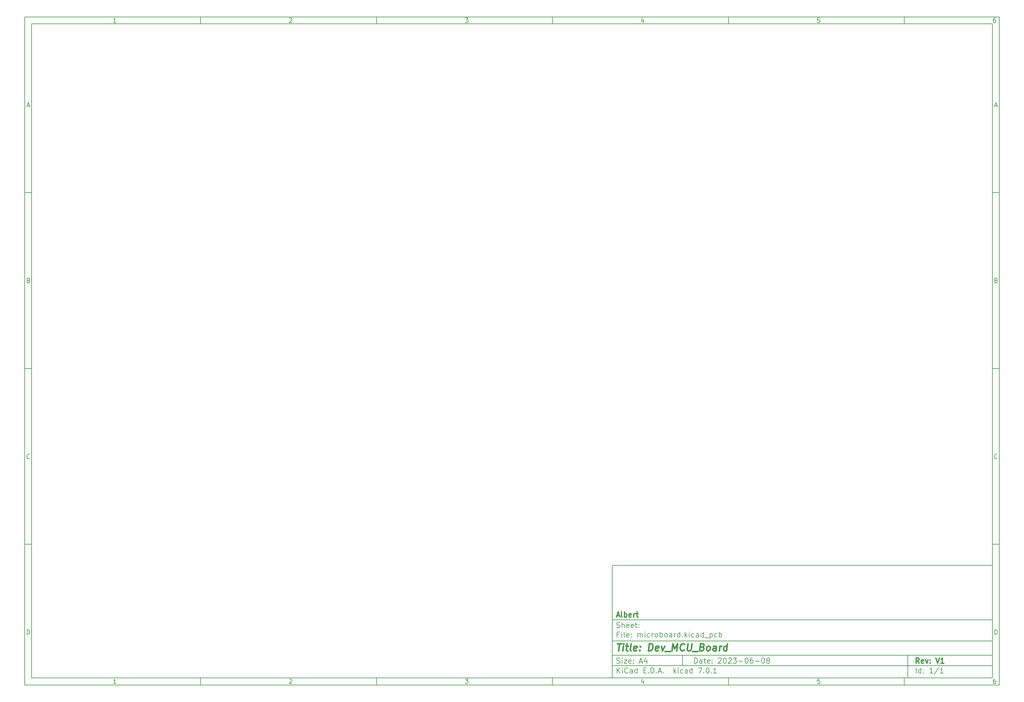
<source format=gbr>
%TF.GenerationSoftware,KiCad,Pcbnew,7.0.1*%
%TF.CreationDate,2023-06-08T18:04:29+02:00*%
%TF.ProjectId,microboard,6d696372-6f62-46f6-9172-642e6b696361,V1*%
%TF.SameCoordinates,Original*%
%TF.FileFunction,Legend,Bot*%
%TF.FilePolarity,Positive*%
%FSLAX46Y46*%
G04 Gerber Fmt 4.6, Leading zero omitted, Abs format (unit mm)*
G04 Created by KiCad (PCBNEW 7.0.1) date 2023-06-08 18:04:29*
%MOMM*%
%LPD*%
G01*
G04 APERTURE LIST*
%ADD10C,0.100000*%
%ADD11C,0.150000*%
%ADD12C,0.300000*%
%ADD13C,0.400000*%
G04 APERTURE END LIST*
D10*
D11*
X177002200Y-166007200D02*
X285002200Y-166007200D01*
X285002200Y-198007200D01*
X177002200Y-198007200D01*
X177002200Y-166007200D01*
D10*
D11*
X10000000Y-10000000D02*
X287002200Y-10000000D01*
X287002200Y-200007200D01*
X10000000Y-200007200D01*
X10000000Y-10000000D01*
D10*
D11*
X12000000Y-12000000D02*
X285002200Y-12000000D01*
X285002200Y-198007200D01*
X12000000Y-198007200D01*
X12000000Y-12000000D01*
D10*
D11*
X60000000Y-12000000D02*
X60000000Y-10000000D01*
D10*
D11*
X110000000Y-12000000D02*
X110000000Y-10000000D01*
D10*
D11*
X160000000Y-12000000D02*
X160000000Y-10000000D01*
D10*
D11*
X210000000Y-12000000D02*
X210000000Y-10000000D01*
D10*
D11*
X260000000Y-12000000D02*
X260000000Y-10000000D01*
D10*
D11*
X35990476Y-11601404D02*
X35247619Y-11601404D01*
X35619047Y-11601404D02*
X35619047Y-10301404D01*
X35619047Y-10301404D02*
X35495238Y-10487119D01*
X35495238Y-10487119D02*
X35371428Y-10610928D01*
X35371428Y-10610928D02*
X35247619Y-10672833D01*
D10*
D11*
X85247619Y-10425214D02*
X85309523Y-10363309D01*
X85309523Y-10363309D02*
X85433333Y-10301404D01*
X85433333Y-10301404D02*
X85742857Y-10301404D01*
X85742857Y-10301404D02*
X85866666Y-10363309D01*
X85866666Y-10363309D02*
X85928571Y-10425214D01*
X85928571Y-10425214D02*
X85990476Y-10549023D01*
X85990476Y-10549023D02*
X85990476Y-10672833D01*
X85990476Y-10672833D02*
X85928571Y-10858547D01*
X85928571Y-10858547D02*
X85185714Y-11601404D01*
X85185714Y-11601404D02*
X85990476Y-11601404D01*
D10*
D11*
X135185714Y-10301404D02*
X135990476Y-10301404D01*
X135990476Y-10301404D02*
X135557142Y-10796642D01*
X135557142Y-10796642D02*
X135742857Y-10796642D01*
X135742857Y-10796642D02*
X135866666Y-10858547D01*
X135866666Y-10858547D02*
X135928571Y-10920452D01*
X135928571Y-10920452D02*
X135990476Y-11044261D01*
X135990476Y-11044261D02*
X135990476Y-11353785D01*
X135990476Y-11353785D02*
X135928571Y-11477595D01*
X135928571Y-11477595D02*
X135866666Y-11539500D01*
X135866666Y-11539500D02*
X135742857Y-11601404D01*
X135742857Y-11601404D02*
X135371428Y-11601404D01*
X135371428Y-11601404D02*
X135247619Y-11539500D01*
X135247619Y-11539500D02*
X135185714Y-11477595D01*
D10*
D11*
X185866666Y-10734738D02*
X185866666Y-11601404D01*
X185557142Y-10239500D02*
X185247619Y-11168071D01*
X185247619Y-11168071D02*
X186052380Y-11168071D01*
D10*
D11*
X235928571Y-10301404D02*
X235309523Y-10301404D01*
X235309523Y-10301404D02*
X235247619Y-10920452D01*
X235247619Y-10920452D02*
X235309523Y-10858547D01*
X235309523Y-10858547D02*
X235433333Y-10796642D01*
X235433333Y-10796642D02*
X235742857Y-10796642D01*
X235742857Y-10796642D02*
X235866666Y-10858547D01*
X235866666Y-10858547D02*
X235928571Y-10920452D01*
X235928571Y-10920452D02*
X235990476Y-11044261D01*
X235990476Y-11044261D02*
X235990476Y-11353785D01*
X235990476Y-11353785D02*
X235928571Y-11477595D01*
X235928571Y-11477595D02*
X235866666Y-11539500D01*
X235866666Y-11539500D02*
X235742857Y-11601404D01*
X235742857Y-11601404D02*
X235433333Y-11601404D01*
X235433333Y-11601404D02*
X235309523Y-11539500D01*
X235309523Y-11539500D02*
X235247619Y-11477595D01*
D10*
D11*
X285866666Y-10301404D02*
X285619047Y-10301404D01*
X285619047Y-10301404D02*
X285495238Y-10363309D01*
X285495238Y-10363309D02*
X285433333Y-10425214D01*
X285433333Y-10425214D02*
X285309523Y-10610928D01*
X285309523Y-10610928D02*
X285247619Y-10858547D01*
X285247619Y-10858547D02*
X285247619Y-11353785D01*
X285247619Y-11353785D02*
X285309523Y-11477595D01*
X285309523Y-11477595D02*
X285371428Y-11539500D01*
X285371428Y-11539500D02*
X285495238Y-11601404D01*
X285495238Y-11601404D02*
X285742857Y-11601404D01*
X285742857Y-11601404D02*
X285866666Y-11539500D01*
X285866666Y-11539500D02*
X285928571Y-11477595D01*
X285928571Y-11477595D02*
X285990476Y-11353785D01*
X285990476Y-11353785D02*
X285990476Y-11044261D01*
X285990476Y-11044261D02*
X285928571Y-10920452D01*
X285928571Y-10920452D02*
X285866666Y-10858547D01*
X285866666Y-10858547D02*
X285742857Y-10796642D01*
X285742857Y-10796642D02*
X285495238Y-10796642D01*
X285495238Y-10796642D02*
X285371428Y-10858547D01*
X285371428Y-10858547D02*
X285309523Y-10920452D01*
X285309523Y-10920452D02*
X285247619Y-11044261D01*
D10*
D11*
X60000000Y-198007200D02*
X60000000Y-200007200D01*
D10*
D11*
X110000000Y-198007200D02*
X110000000Y-200007200D01*
D10*
D11*
X160000000Y-198007200D02*
X160000000Y-200007200D01*
D10*
D11*
X210000000Y-198007200D02*
X210000000Y-200007200D01*
D10*
D11*
X260000000Y-198007200D02*
X260000000Y-200007200D01*
D10*
D11*
X35990476Y-199608604D02*
X35247619Y-199608604D01*
X35619047Y-199608604D02*
X35619047Y-198308604D01*
X35619047Y-198308604D02*
X35495238Y-198494319D01*
X35495238Y-198494319D02*
X35371428Y-198618128D01*
X35371428Y-198618128D02*
X35247619Y-198680033D01*
D10*
D11*
X85247619Y-198432414D02*
X85309523Y-198370509D01*
X85309523Y-198370509D02*
X85433333Y-198308604D01*
X85433333Y-198308604D02*
X85742857Y-198308604D01*
X85742857Y-198308604D02*
X85866666Y-198370509D01*
X85866666Y-198370509D02*
X85928571Y-198432414D01*
X85928571Y-198432414D02*
X85990476Y-198556223D01*
X85990476Y-198556223D02*
X85990476Y-198680033D01*
X85990476Y-198680033D02*
X85928571Y-198865747D01*
X85928571Y-198865747D02*
X85185714Y-199608604D01*
X85185714Y-199608604D02*
X85990476Y-199608604D01*
D10*
D11*
X135185714Y-198308604D02*
X135990476Y-198308604D01*
X135990476Y-198308604D02*
X135557142Y-198803842D01*
X135557142Y-198803842D02*
X135742857Y-198803842D01*
X135742857Y-198803842D02*
X135866666Y-198865747D01*
X135866666Y-198865747D02*
X135928571Y-198927652D01*
X135928571Y-198927652D02*
X135990476Y-199051461D01*
X135990476Y-199051461D02*
X135990476Y-199360985D01*
X135990476Y-199360985D02*
X135928571Y-199484795D01*
X135928571Y-199484795D02*
X135866666Y-199546700D01*
X135866666Y-199546700D02*
X135742857Y-199608604D01*
X135742857Y-199608604D02*
X135371428Y-199608604D01*
X135371428Y-199608604D02*
X135247619Y-199546700D01*
X135247619Y-199546700D02*
X135185714Y-199484795D01*
D10*
D11*
X185866666Y-198741938D02*
X185866666Y-199608604D01*
X185557142Y-198246700D02*
X185247619Y-199175271D01*
X185247619Y-199175271D02*
X186052380Y-199175271D01*
D10*
D11*
X235928571Y-198308604D02*
X235309523Y-198308604D01*
X235309523Y-198308604D02*
X235247619Y-198927652D01*
X235247619Y-198927652D02*
X235309523Y-198865747D01*
X235309523Y-198865747D02*
X235433333Y-198803842D01*
X235433333Y-198803842D02*
X235742857Y-198803842D01*
X235742857Y-198803842D02*
X235866666Y-198865747D01*
X235866666Y-198865747D02*
X235928571Y-198927652D01*
X235928571Y-198927652D02*
X235990476Y-199051461D01*
X235990476Y-199051461D02*
X235990476Y-199360985D01*
X235990476Y-199360985D02*
X235928571Y-199484795D01*
X235928571Y-199484795D02*
X235866666Y-199546700D01*
X235866666Y-199546700D02*
X235742857Y-199608604D01*
X235742857Y-199608604D02*
X235433333Y-199608604D01*
X235433333Y-199608604D02*
X235309523Y-199546700D01*
X235309523Y-199546700D02*
X235247619Y-199484795D01*
D10*
D11*
X285866666Y-198308604D02*
X285619047Y-198308604D01*
X285619047Y-198308604D02*
X285495238Y-198370509D01*
X285495238Y-198370509D02*
X285433333Y-198432414D01*
X285433333Y-198432414D02*
X285309523Y-198618128D01*
X285309523Y-198618128D02*
X285247619Y-198865747D01*
X285247619Y-198865747D02*
X285247619Y-199360985D01*
X285247619Y-199360985D02*
X285309523Y-199484795D01*
X285309523Y-199484795D02*
X285371428Y-199546700D01*
X285371428Y-199546700D02*
X285495238Y-199608604D01*
X285495238Y-199608604D02*
X285742857Y-199608604D01*
X285742857Y-199608604D02*
X285866666Y-199546700D01*
X285866666Y-199546700D02*
X285928571Y-199484795D01*
X285928571Y-199484795D02*
X285990476Y-199360985D01*
X285990476Y-199360985D02*
X285990476Y-199051461D01*
X285990476Y-199051461D02*
X285928571Y-198927652D01*
X285928571Y-198927652D02*
X285866666Y-198865747D01*
X285866666Y-198865747D02*
X285742857Y-198803842D01*
X285742857Y-198803842D02*
X285495238Y-198803842D01*
X285495238Y-198803842D02*
X285371428Y-198865747D01*
X285371428Y-198865747D02*
X285309523Y-198927652D01*
X285309523Y-198927652D02*
X285247619Y-199051461D01*
D10*
D11*
X10000000Y-60000000D02*
X12000000Y-60000000D01*
D10*
D11*
X10000000Y-110000000D02*
X12000000Y-110000000D01*
D10*
D11*
X10000000Y-160000000D02*
X12000000Y-160000000D01*
D10*
D11*
X10690476Y-35229976D02*
X11309523Y-35229976D01*
X10566666Y-35601404D02*
X10999999Y-34301404D01*
X10999999Y-34301404D02*
X11433333Y-35601404D01*
D10*
D11*
X11092857Y-84920452D02*
X11278571Y-84982357D01*
X11278571Y-84982357D02*
X11340476Y-85044261D01*
X11340476Y-85044261D02*
X11402380Y-85168071D01*
X11402380Y-85168071D02*
X11402380Y-85353785D01*
X11402380Y-85353785D02*
X11340476Y-85477595D01*
X11340476Y-85477595D02*
X11278571Y-85539500D01*
X11278571Y-85539500D02*
X11154761Y-85601404D01*
X11154761Y-85601404D02*
X10659523Y-85601404D01*
X10659523Y-85601404D02*
X10659523Y-84301404D01*
X10659523Y-84301404D02*
X11092857Y-84301404D01*
X11092857Y-84301404D02*
X11216666Y-84363309D01*
X11216666Y-84363309D02*
X11278571Y-84425214D01*
X11278571Y-84425214D02*
X11340476Y-84549023D01*
X11340476Y-84549023D02*
X11340476Y-84672833D01*
X11340476Y-84672833D02*
X11278571Y-84796642D01*
X11278571Y-84796642D02*
X11216666Y-84858547D01*
X11216666Y-84858547D02*
X11092857Y-84920452D01*
X11092857Y-84920452D02*
X10659523Y-84920452D01*
D10*
D11*
X11402380Y-135477595D02*
X11340476Y-135539500D01*
X11340476Y-135539500D02*
X11154761Y-135601404D01*
X11154761Y-135601404D02*
X11030952Y-135601404D01*
X11030952Y-135601404D02*
X10845238Y-135539500D01*
X10845238Y-135539500D02*
X10721428Y-135415690D01*
X10721428Y-135415690D02*
X10659523Y-135291880D01*
X10659523Y-135291880D02*
X10597619Y-135044261D01*
X10597619Y-135044261D02*
X10597619Y-134858547D01*
X10597619Y-134858547D02*
X10659523Y-134610928D01*
X10659523Y-134610928D02*
X10721428Y-134487119D01*
X10721428Y-134487119D02*
X10845238Y-134363309D01*
X10845238Y-134363309D02*
X11030952Y-134301404D01*
X11030952Y-134301404D02*
X11154761Y-134301404D01*
X11154761Y-134301404D02*
X11340476Y-134363309D01*
X11340476Y-134363309D02*
X11402380Y-134425214D01*
D10*
D11*
X10659523Y-185601404D02*
X10659523Y-184301404D01*
X10659523Y-184301404D02*
X10969047Y-184301404D01*
X10969047Y-184301404D02*
X11154761Y-184363309D01*
X11154761Y-184363309D02*
X11278571Y-184487119D01*
X11278571Y-184487119D02*
X11340476Y-184610928D01*
X11340476Y-184610928D02*
X11402380Y-184858547D01*
X11402380Y-184858547D02*
X11402380Y-185044261D01*
X11402380Y-185044261D02*
X11340476Y-185291880D01*
X11340476Y-185291880D02*
X11278571Y-185415690D01*
X11278571Y-185415690D02*
X11154761Y-185539500D01*
X11154761Y-185539500D02*
X10969047Y-185601404D01*
X10969047Y-185601404D02*
X10659523Y-185601404D01*
D10*
D11*
X287002200Y-60000000D02*
X285002200Y-60000000D01*
D10*
D11*
X287002200Y-110000000D02*
X285002200Y-110000000D01*
D10*
D11*
X287002200Y-160000000D02*
X285002200Y-160000000D01*
D10*
D11*
X285692676Y-35229976D02*
X286311723Y-35229976D01*
X285568866Y-35601404D02*
X286002199Y-34301404D01*
X286002199Y-34301404D02*
X286435533Y-35601404D01*
D10*
D11*
X286095057Y-84920452D02*
X286280771Y-84982357D01*
X286280771Y-84982357D02*
X286342676Y-85044261D01*
X286342676Y-85044261D02*
X286404580Y-85168071D01*
X286404580Y-85168071D02*
X286404580Y-85353785D01*
X286404580Y-85353785D02*
X286342676Y-85477595D01*
X286342676Y-85477595D02*
X286280771Y-85539500D01*
X286280771Y-85539500D02*
X286156961Y-85601404D01*
X286156961Y-85601404D02*
X285661723Y-85601404D01*
X285661723Y-85601404D02*
X285661723Y-84301404D01*
X285661723Y-84301404D02*
X286095057Y-84301404D01*
X286095057Y-84301404D02*
X286218866Y-84363309D01*
X286218866Y-84363309D02*
X286280771Y-84425214D01*
X286280771Y-84425214D02*
X286342676Y-84549023D01*
X286342676Y-84549023D02*
X286342676Y-84672833D01*
X286342676Y-84672833D02*
X286280771Y-84796642D01*
X286280771Y-84796642D02*
X286218866Y-84858547D01*
X286218866Y-84858547D02*
X286095057Y-84920452D01*
X286095057Y-84920452D02*
X285661723Y-84920452D01*
D10*
D11*
X286404580Y-135477595D02*
X286342676Y-135539500D01*
X286342676Y-135539500D02*
X286156961Y-135601404D01*
X286156961Y-135601404D02*
X286033152Y-135601404D01*
X286033152Y-135601404D02*
X285847438Y-135539500D01*
X285847438Y-135539500D02*
X285723628Y-135415690D01*
X285723628Y-135415690D02*
X285661723Y-135291880D01*
X285661723Y-135291880D02*
X285599819Y-135044261D01*
X285599819Y-135044261D02*
X285599819Y-134858547D01*
X285599819Y-134858547D02*
X285661723Y-134610928D01*
X285661723Y-134610928D02*
X285723628Y-134487119D01*
X285723628Y-134487119D02*
X285847438Y-134363309D01*
X285847438Y-134363309D02*
X286033152Y-134301404D01*
X286033152Y-134301404D02*
X286156961Y-134301404D01*
X286156961Y-134301404D02*
X286342676Y-134363309D01*
X286342676Y-134363309D02*
X286404580Y-134425214D01*
D10*
D11*
X285661723Y-185601404D02*
X285661723Y-184301404D01*
X285661723Y-184301404D02*
X285971247Y-184301404D01*
X285971247Y-184301404D02*
X286156961Y-184363309D01*
X286156961Y-184363309D02*
X286280771Y-184487119D01*
X286280771Y-184487119D02*
X286342676Y-184610928D01*
X286342676Y-184610928D02*
X286404580Y-184858547D01*
X286404580Y-184858547D02*
X286404580Y-185044261D01*
X286404580Y-185044261D02*
X286342676Y-185291880D01*
X286342676Y-185291880D02*
X286280771Y-185415690D01*
X286280771Y-185415690D02*
X286156961Y-185539500D01*
X286156961Y-185539500D02*
X285971247Y-185601404D01*
X285971247Y-185601404D02*
X285661723Y-185601404D01*
D10*
D11*
X200359342Y-193801128D02*
X200359342Y-192301128D01*
X200359342Y-192301128D02*
X200716485Y-192301128D01*
X200716485Y-192301128D02*
X200930771Y-192372557D01*
X200930771Y-192372557D02*
X201073628Y-192515414D01*
X201073628Y-192515414D02*
X201145057Y-192658271D01*
X201145057Y-192658271D02*
X201216485Y-192943985D01*
X201216485Y-192943985D02*
X201216485Y-193158271D01*
X201216485Y-193158271D02*
X201145057Y-193443985D01*
X201145057Y-193443985D02*
X201073628Y-193586842D01*
X201073628Y-193586842D02*
X200930771Y-193729700D01*
X200930771Y-193729700D02*
X200716485Y-193801128D01*
X200716485Y-193801128D02*
X200359342Y-193801128D01*
X202502200Y-193801128D02*
X202502200Y-193015414D01*
X202502200Y-193015414D02*
X202430771Y-192872557D01*
X202430771Y-192872557D02*
X202287914Y-192801128D01*
X202287914Y-192801128D02*
X202002200Y-192801128D01*
X202002200Y-192801128D02*
X201859342Y-192872557D01*
X202502200Y-193729700D02*
X202359342Y-193801128D01*
X202359342Y-193801128D02*
X202002200Y-193801128D01*
X202002200Y-193801128D02*
X201859342Y-193729700D01*
X201859342Y-193729700D02*
X201787914Y-193586842D01*
X201787914Y-193586842D02*
X201787914Y-193443985D01*
X201787914Y-193443985D02*
X201859342Y-193301128D01*
X201859342Y-193301128D02*
X202002200Y-193229700D01*
X202002200Y-193229700D02*
X202359342Y-193229700D01*
X202359342Y-193229700D02*
X202502200Y-193158271D01*
X203002200Y-192801128D02*
X203573628Y-192801128D01*
X203216485Y-192301128D02*
X203216485Y-193586842D01*
X203216485Y-193586842D02*
X203287914Y-193729700D01*
X203287914Y-193729700D02*
X203430771Y-193801128D01*
X203430771Y-193801128D02*
X203573628Y-193801128D01*
X204645057Y-193729700D02*
X204502200Y-193801128D01*
X204502200Y-193801128D02*
X204216486Y-193801128D01*
X204216486Y-193801128D02*
X204073628Y-193729700D01*
X204073628Y-193729700D02*
X204002200Y-193586842D01*
X204002200Y-193586842D02*
X204002200Y-193015414D01*
X204002200Y-193015414D02*
X204073628Y-192872557D01*
X204073628Y-192872557D02*
X204216486Y-192801128D01*
X204216486Y-192801128D02*
X204502200Y-192801128D01*
X204502200Y-192801128D02*
X204645057Y-192872557D01*
X204645057Y-192872557D02*
X204716486Y-193015414D01*
X204716486Y-193015414D02*
X204716486Y-193158271D01*
X204716486Y-193158271D02*
X204002200Y-193301128D01*
X205359342Y-193658271D02*
X205430771Y-193729700D01*
X205430771Y-193729700D02*
X205359342Y-193801128D01*
X205359342Y-193801128D02*
X205287914Y-193729700D01*
X205287914Y-193729700D02*
X205359342Y-193658271D01*
X205359342Y-193658271D02*
X205359342Y-193801128D01*
X205359342Y-192872557D02*
X205430771Y-192943985D01*
X205430771Y-192943985D02*
X205359342Y-193015414D01*
X205359342Y-193015414D02*
X205287914Y-192943985D01*
X205287914Y-192943985D02*
X205359342Y-192872557D01*
X205359342Y-192872557D02*
X205359342Y-193015414D01*
X207145057Y-192443985D02*
X207216485Y-192372557D01*
X207216485Y-192372557D02*
X207359343Y-192301128D01*
X207359343Y-192301128D02*
X207716485Y-192301128D01*
X207716485Y-192301128D02*
X207859343Y-192372557D01*
X207859343Y-192372557D02*
X207930771Y-192443985D01*
X207930771Y-192443985D02*
X208002200Y-192586842D01*
X208002200Y-192586842D02*
X208002200Y-192729700D01*
X208002200Y-192729700D02*
X207930771Y-192943985D01*
X207930771Y-192943985D02*
X207073628Y-193801128D01*
X207073628Y-193801128D02*
X208002200Y-193801128D01*
X208930771Y-192301128D02*
X209073628Y-192301128D01*
X209073628Y-192301128D02*
X209216485Y-192372557D01*
X209216485Y-192372557D02*
X209287914Y-192443985D01*
X209287914Y-192443985D02*
X209359342Y-192586842D01*
X209359342Y-192586842D02*
X209430771Y-192872557D01*
X209430771Y-192872557D02*
X209430771Y-193229700D01*
X209430771Y-193229700D02*
X209359342Y-193515414D01*
X209359342Y-193515414D02*
X209287914Y-193658271D01*
X209287914Y-193658271D02*
X209216485Y-193729700D01*
X209216485Y-193729700D02*
X209073628Y-193801128D01*
X209073628Y-193801128D02*
X208930771Y-193801128D01*
X208930771Y-193801128D02*
X208787914Y-193729700D01*
X208787914Y-193729700D02*
X208716485Y-193658271D01*
X208716485Y-193658271D02*
X208645056Y-193515414D01*
X208645056Y-193515414D02*
X208573628Y-193229700D01*
X208573628Y-193229700D02*
X208573628Y-192872557D01*
X208573628Y-192872557D02*
X208645056Y-192586842D01*
X208645056Y-192586842D02*
X208716485Y-192443985D01*
X208716485Y-192443985D02*
X208787914Y-192372557D01*
X208787914Y-192372557D02*
X208930771Y-192301128D01*
X210002199Y-192443985D02*
X210073627Y-192372557D01*
X210073627Y-192372557D02*
X210216485Y-192301128D01*
X210216485Y-192301128D02*
X210573627Y-192301128D01*
X210573627Y-192301128D02*
X210716485Y-192372557D01*
X210716485Y-192372557D02*
X210787913Y-192443985D01*
X210787913Y-192443985D02*
X210859342Y-192586842D01*
X210859342Y-192586842D02*
X210859342Y-192729700D01*
X210859342Y-192729700D02*
X210787913Y-192943985D01*
X210787913Y-192943985D02*
X209930770Y-193801128D01*
X209930770Y-193801128D02*
X210859342Y-193801128D01*
X211359341Y-192301128D02*
X212287913Y-192301128D01*
X212287913Y-192301128D02*
X211787913Y-192872557D01*
X211787913Y-192872557D02*
X212002198Y-192872557D01*
X212002198Y-192872557D02*
X212145056Y-192943985D01*
X212145056Y-192943985D02*
X212216484Y-193015414D01*
X212216484Y-193015414D02*
X212287913Y-193158271D01*
X212287913Y-193158271D02*
X212287913Y-193515414D01*
X212287913Y-193515414D02*
X212216484Y-193658271D01*
X212216484Y-193658271D02*
X212145056Y-193729700D01*
X212145056Y-193729700D02*
X212002198Y-193801128D01*
X212002198Y-193801128D02*
X211573627Y-193801128D01*
X211573627Y-193801128D02*
X211430770Y-193729700D01*
X211430770Y-193729700D02*
X211359341Y-193658271D01*
X212930769Y-193229700D02*
X214073627Y-193229700D01*
X215073627Y-192301128D02*
X215216484Y-192301128D01*
X215216484Y-192301128D02*
X215359341Y-192372557D01*
X215359341Y-192372557D02*
X215430770Y-192443985D01*
X215430770Y-192443985D02*
X215502198Y-192586842D01*
X215502198Y-192586842D02*
X215573627Y-192872557D01*
X215573627Y-192872557D02*
X215573627Y-193229700D01*
X215573627Y-193229700D02*
X215502198Y-193515414D01*
X215502198Y-193515414D02*
X215430770Y-193658271D01*
X215430770Y-193658271D02*
X215359341Y-193729700D01*
X215359341Y-193729700D02*
X215216484Y-193801128D01*
X215216484Y-193801128D02*
X215073627Y-193801128D01*
X215073627Y-193801128D02*
X214930770Y-193729700D01*
X214930770Y-193729700D02*
X214859341Y-193658271D01*
X214859341Y-193658271D02*
X214787912Y-193515414D01*
X214787912Y-193515414D02*
X214716484Y-193229700D01*
X214716484Y-193229700D02*
X214716484Y-192872557D01*
X214716484Y-192872557D02*
X214787912Y-192586842D01*
X214787912Y-192586842D02*
X214859341Y-192443985D01*
X214859341Y-192443985D02*
X214930770Y-192372557D01*
X214930770Y-192372557D02*
X215073627Y-192301128D01*
X216859341Y-192301128D02*
X216573626Y-192301128D01*
X216573626Y-192301128D02*
X216430769Y-192372557D01*
X216430769Y-192372557D02*
X216359341Y-192443985D01*
X216359341Y-192443985D02*
X216216483Y-192658271D01*
X216216483Y-192658271D02*
X216145055Y-192943985D01*
X216145055Y-192943985D02*
X216145055Y-193515414D01*
X216145055Y-193515414D02*
X216216483Y-193658271D01*
X216216483Y-193658271D02*
X216287912Y-193729700D01*
X216287912Y-193729700D02*
X216430769Y-193801128D01*
X216430769Y-193801128D02*
X216716483Y-193801128D01*
X216716483Y-193801128D02*
X216859341Y-193729700D01*
X216859341Y-193729700D02*
X216930769Y-193658271D01*
X216930769Y-193658271D02*
X217002198Y-193515414D01*
X217002198Y-193515414D02*
X217002198Y-193158271D01*
X217002198Y-193158271D02*
X216930769Y-193015414D01*
X216930769Y-193015414D02*
X216859341Y-192943985D01*
X216859341Y-192943985D02*
X216716483Y-192872557D01*
X216716483Y-192872557D02*
X216430769Y-192872557D01*
X216430769Y-192872557D02*
X216287912Y-192943985D01*
X216287912Y-192943985D02*
X216216483Y-193015414D01*
X216216483Y-193015414D02*
X216145055Y-193158271D01*
X217645054Y-193229700D02*
X218787912Y-193229700D01*
X219787912Y-192301128D02*
X219930769Y-192301128D01*
X219930769Y-192301128D02*
X220073626Y-192372557D01*
X220073626Y-192372557D02*
X220145055Y-192443985D01*
X220145055Y-192443985D02*
X220216483Y-192586842D01*
X220216483Y-192586842D02*
X220287912Y-192872557D01*
X220287912Y-192872557D02*
X220287912Y-193229700D01*
X220287912Y-193229700D02*
X220216483Y-193515414D01*
X220216483Y-193515414D02*
X220145055Y-193658271D01*
X220145055Y-193658271D02*
X220073626Y-193729700D01*
X220073626Y-193729700D02*
X219930769Y-193801128D01*
X219930769Y-193801128D02*
X219787912Y-193801128D01*
X219787912Y-193801128D02*
X219645055Y-193729700D01*
X219645055Y-193729700D02*
X219573626Y-193658271D01*
X219573626Y-193658271D02*
X219502197Y-193515414D01*
X219502197Y-193515414D02*
X219430769Y-193229700D01*
X219430769Y-193229700D02*
X219430769Y-192872557D01*
X219430769Y-192872557D02*
X219502197Y-192586842D01*
X219502197Y-192586842D02*
X219573626Y-192443985D01*
X219573626Y-192443985D02*
X219645055Y-192372557D01*
X219645055Y-192372557D02*
X219787912Y-192301128D01*
X221145054Y-192943985D02*
X221002197Y-192872557D01*
X221002197Y-192872557D02*
X220930768Y-192801128D01*
X220930768Y-192801128D02*
X220859340Y-192658271D01*
X220859340Y-192658271D02*
X220859340Y-192586842D01*
X220859340Y-192586842D02*
X220930768Y-192443985D01*
X220930768Y-192443985D02*
X221002197Y-192372557D01*
X221002197Y-192372557D02*
X221145054Y-192301128D01*
X221145054Y-192301128D02*
X221430768Y-192301128D01*
X221430768Y-192301128D02*
X221573626Y-192372557D01*
X221573626Y-192372557D02*
X221645054Y-192443985D01*
X221645054Y-192443985D02*
X221716483Y-192586842D01*
X221716483Y-192586842D02*
X221716483Y-192658271D01*
X221716483Y-192658271D02*
X221645054Y-192801128D01*
X221645054Y-192801128D02*
X221573626Y-192872557D01*
X221573626Y-192872557D02*
X221430768Y-192943985D01*
X221430768Y-192943985D02*
X221145054Y-192943985D01*
X221145054Y-192943985D02*
X221002197Y-193015414D01*
X221002197Y-193015414D02*
X220930768Y-193086842D01*
X220930768Y-193086842D02*
X220859340Y-193229700D01*
X220859340Y-193229700D02*
X220859340Y-193515414D01*
X220859340Y-193515414D02*
X220930768Y-193658271D01*
X220930768Y-193658271D02*
X221002197Y-193729700D01*
X221002197Y-193729700D02*
X221145054Y-193801128D01*
X221145054Y-193801128D02*
X221430768Y-193801128D01*
X221430768Y-193801128D02*
X221573626Y-193729700D01*
X221573626Y-193729700D02*
X221645054Y-193658271D01*
X221645054Y-193658271D02*
X221716483Y-193515414D01*
X221716483Y-193515414D02*
X221716483Y-193229700D01*
X221716483Y-193229700D02*
X221645054Y-193086842D01*
X221645054Y-193086842D02*
X221573626Y-193015414D01*
X221573626Y-193015414D02*
X221430768Y-192943985D01*
D10*
D11*
X177002200Y-194507200D02*
X285002200Y-194507200D01*
D10*
D11*
X178359342Y-196601128D02*
X178359342Y-195101128D01*
X179216485Y-196601128D02*
X178573628Y-195743985D01*
X179216485Y-195101128D02*
X178359342Y-195958271D01*
X179859342Y-196601128D02*
X179859342Y-195601128D01*
X179859342Y-195101128D02*
X179787914Y-195172557D01*
X179787914Y-195172557D02*
X179859342Y-195243985D01*
X179859342Y-195243985D02*
X179930771Y-195172557D01*
X179930771Y-195172557D02*
X179859342Y-195101128D01*
X179859342Y-195101128D02*
X179859342Y-195243985D01*
X181430771Y-196458271D02*
X181359343Y-196529700D01*
X181359343Y-196529700D02*
X181145057Y-196601128D01*
X181145057Y-196601128D02*
X181002200Y-196601128D01*
X181002200Y-196601128D02*
X180787914Y-196529700D01*
X180787914Y-196529700D02*
X180645057Y-196386842D01*
X180645057Y-196386842D02*
X180573628Y-196243985D01*
X180573628Y-196243985D02*
X180502200Y-195958271D01*
X180502200Y-195958271D02*
X180502200Y-195743985D01*
X180502200Y-195743985D02*
X180573628Y-195458271D01*
X180573628Y-195458271D02*
X180645057Y-195315414D01*
X180645057Y-195315414D02*
X180787914Y-195172557D01*
X180787914Y-195172557D02*
X181002200Y-195101128D01*
X181002200Y-195101128D02*
X181145057Y-195101128D01*
X181145057Y-195101128D02*
X181359343Y-195172557D01*
X181359343Y-195172557D02*
X181430771Y-195243985D01*
X182716486Y-196601128D02*
X182716486Y-195815414D01*
X182716486Y-195815414D02*
X182645057Y-195672557D01*
X182645057Y-195672557D02*
X182502200Y-195601128D01*
X182502200Y-195601128D02*
X182216486Y-195601128D01*
X182216486Y-195601128D02*
X182073628Y-195672557D01*
X182716486Y-196529700D02*
X182573628Y-196601128D01*
X182573628Y-196601128D02*
X182216486Y-196601128D01*
X182216486Y-196601128D02*
X182073628Y-196529700D01*
X182073628Y-196529700D02*
X182002200Y-196386842D01*
X182002200Y-196386842D02*
X182002200Y-196243985D01*
X182002200Y-196243985D02*
X182073628Y-196101128D01*
X182073628Y-196101128D02*
X182216486Y-196029700D01*
X182216486Y-196029700D02*
X182573628Y-196029700D01*
X182573628Y-196029700D02*
X182716486Y-195958271D01*
X184073629Y-196601128D02*
X184073629Y-195101128D01*
X184073629Y-196529700D02*
X183930771Y-196601128D01*
X183930771Y-196601128D02*
X183645057Y-196601128D01*
X183645057Y-196601128D02*
X183502200Y-196529700D01*
X183502200Y-196529700D02*
X183430771Y-196458271D01*
X183430771Y-196458271D02*
X183359343Y-196315414D01*
X183359343Y-196315414D02*
X183359343Y-195886842D01*
X183359343Y-195886842D02*
X183430771Y-195743985D01*
X183430771Y-195743985D02*
X183502200Y-195672557D01*
X183502200Y-195672557D02*
X183645057Y-195601128D01*
X183645057Y-195601128D02*
X183930771Y-195601128D01*
X183930771Y-195601128D02*
X184073629Y-195672557D01*
X185930771Y-195815414D02*
X186430771Y-195815414D01*
X186645057Y-196601128D02*
X185930771Y-196601128D01*
X185930771Y-196601128D02*
X185930771Y-195101128D01*
X185930771Y-195101128D02*
X186645057Y-195101128D01*
X187287914Y-196458271D02*
X187359343Y-196529700D01*
X187359343Y-196529700D02*
X187287914Y-196601128D01*
X187287914Y-196601128D02*
X187216486Y-196529700D01*
X187216486Y-196529700D02*
X187287914Y-196458271D01*
X187287914Y-196458271D02*
X187287914Y-196601128D01*
X188002200Y-196601128D02*
X188002200Y-195101128D01*
X188002200Y-195101128D02*
X188359343Y-195101128D01*
X188359343Y-195101128D02*
X188573629Y-195172557D01*
X188573629Y-195172557D02*
X188716486Y-195315414D01*
X188716486Y-195315414D02*
X188787915Y-195458271D01*
X188787915Y-195458271D02*
X188859343Y-195743985D01*
X188859343Y-195743985D02*
X188859343Y-195958271D01*
X188859343Y-195958271D02*
X188787915Y-196243985D01*
X188787915Y-196243985D02*
X188716486Y-196386842D01*
X188716486Y-196386842D02*
X188573629Y-196529700D01*
X188573629Y-196529700D02*
X188359343Y-196601128D01*
X188359343Y-196601128D02*
X188002200Y-196601128D01*
X189502200Y-196458271D02*
X189573629Y-196529700D01*
X189573629Y-196529700D02*
X189502200Y-196601128D01*
X189502200Y-196601128D02*
X189430772Y-196529700D01*
X189430772Y-196529700D02*
X189502200Y-196458271D01*
X189502200Y-196458271D02*
X189502200Y-196601128D01*
X190145058Y-196172557D02*
X190859344Y-196172557D01*
X190002201Y-196601128D02*
X190502201Y-195101128D01*
X190502201Y-195101128D02*
X191002201Y-196601128D01*
X191502200Y-196458271D02*
X191573629Y-196529700D01*
X191573629Y-196529700D02*
X191502200Y-196601128D01*
X191502200Y-196601128D02*
X191430772Y-196529700D01*
X191430772Y-196529700D02*
X191502200Y-196458271D01*
X191502200Y-196458271D02*
X191502200Y-196601128D01*
X194502200Y-196601128D02*
X194502200Y-195101128D01*
X194645058Y-196029700D02*
X195073629Y-196601128D01*
X195073629Y-195601128D02*
X194502200Y-196172557D01*
X195716486Y-196601128D02*
X195716486Y-195601128D01*
X195716486Y-195101128D02*
X195645058Y-195172557D01*
X195645058Y-195172557D02*
X195716486Y-195243985D01*
X195716486Y-195243985D02*
X195787915Y-195172557D01*
X195787915Y-195172557D02*
X195716486Y-195101128D01*
X195716486Y-195101128D02*
X195716486Y-195243985D01*
X197073630Y-196529700D02*
X196930772Y-196601128D01*
X196930772Y-196601128D02*
X196645058Y-196601128D01*
X196645058Y-196601128D02*
X196502201Y-196529700D01*
X196502201Y-196529700D02*
X196430772Y-196458271D01*
X196430772Y-196458271D02*
X196359344Y-196315414D01*
X196359344Y-196315414D02*
X196359344Y-195886842D01*
X196359344Y-195886842D02*
X196430772Y-195743985D01*
X196430772Y-195743985D02*
X196502201Y-195672557D01*
X196502201Y-195672557D02*
X196645058Y-195601128D01*
X196645058Y-195601128D02*
X196930772Y-195601128D01*
X196930772Y-195601128D02*
X197073630Y-195672557D01*
X198359344Y-196601128D02*
X198359344Y-195815414D01*
X198359344Y-195815414D02*
X198287915Y-195672557D01*
X198287915Y-195672557D02*
X198145058Y-195601128D01*
X198145058Y-195601128D02*
X197859344Y-195601128D01*
X197859344Y-195601128D02*
X197716486Y-195672557D01*
X198359344Y-196529700D02*
X198216486Y-196601128D01*
X198216486Y-196601128D02*
X197859344Y-196601128D01*
X197859344Y-196601128D02*
X197716486Y-196529700D01*
X197716486Y-196529700D02*
X197645058Y-196386842D01*
X197645058Y-196386842D02*
X197645058Y-196243985D01*
X197645058Y-196243985D02*
X197716486Y-196101128D01*
X197716486Y-196101128D02*
X197859344Y-196029700D01*
X197859344Y-196029700D02*
X198216486Y-196029700D01*
X198216486Y-196029700D02*
X198359344Y-195958271D01*
X199716487Y-196601128D02*
X199716487Y-195101128D01*
X199716487Y-196529700D02*
X199573629Y-196601128D01*
X199573629Y-196601128D02*
X199287915Y-196601128D01*
X199287915Y-196601128D02*
X199145058Y-196529700D01*
X199145058Y-196529700D02*
X199073629Y-196458271D01*
X199073629Y-196458271D02*
X199002201Y-196315414D01*
X199002201Y-196315414D02*
X199002201Y-195886842D01*
X199002201Y-195886842D02*
X199073629Y-195743985D01*
X199073629Y-195743985D02*
X199145058Y-195672557D01*
X199145058Y-195672557D02*
X199287915Y-195601128D01*
X199287915Y-195601128D02*
X199573629Y-195601128D01*
X199573629Y-195601128D02*
X199716487Y-195672557D01*
X201430772Y-195101128D02*
X202430772Y-195101128D01*
X202430772Y-195101128D02*
X201787915Y-196601128D01*
X203002200Y-196458271D02*
X203073629Y-196529700D01*
X203073629Y-196529700D02*
X203002200Y-196601128D01*
X203002200Y-196601128D02*
X202930772Y-196529700D01*
X202930772Y-196529700D02*
X203002200Y-196458271D01*
X203002200Y-196458271D02*
X203002200Y-196601128D01*
X204002201Y-195101128D02*
X204145058Y-195101128D01*
X204145058Y-195101128D02*
X204287915Y-195172557D01*
X204287915Y-195172557D02*
X204359344Y-195243985D01*
X204359344Y-195243985D02*
X204430772Y-195386842D01*
X204430772Y-195386842D02*
X204502201Y-195672557D01*
X204502201Y-195672557D02*
X204502201Y-196029700D01*
X204502201Y-196029700D02*
X204430772Y-196315414D01*
X204430772Y-196315414D02*
X204359344Y-196458271D01*
X204359344Y-196458271D02*
X204287915Y-196529700D01*
X204287915Y-196529700D02*
X204145058Y-196601128D01*
X204145058Y-196601128D02*
X204002201Y-196601128D01*
X204002201Y-196601128D02*
X203859344Y-196529700D01*
X203859344Y-196529700D02*
X203787915Y-196458271D01*
X203787915Y-196458271D02*
X203716486Y-196315414D01*
X203716486Y-196315414D02*
X203645058Y-196029700D01*
X203645058Y-196029700D02*
X203645058Y-195672557D01*
X203645058Y-195672557D02*
X203716486Y-195386842D01*
X203716486Y-195386842D02*
X203787915Y-195243985D01*
X203787915Y-195243985D02*
X203859344Y-195172557D01*
X203859344Y-195172557D02*
X204002201Y-195101128D01*
X205145057Y-196458271D02*
X205216486Y-196529700D01*
X205216486Y-196529700D02*
X205145057Y-196601128D01*
X205145057Y-196601128D02*
X205073629Y-196529700D01*
X205073629Y-196529700D02*
X205145057Y-196458271D01*
X205145057Y-196458271D02*
X205145057Y-196601128D01*
X206645058Y-196601128D02*
X205787915Y-196601128D01*
X206216486Y-196601128D02*
X206216486Y-195101128D01*
X206216486Y-195101128D02*
X206073629Y-195315414D01*
X206073629Y-195315414D02*
X205930772Y-195458271D01*
X205930772Y-195458271D02*
X205787915Y-195529700D01*
D10*
D11*
X177002200Y-191507200D02*
X285002200Y-191507200D01*
D10*
D12*
X264216485Y-193801128D02*
X263716485Y-193086842D01*
X263359342Y-193801128D02*
X263359342Y-192301128D01*
X263359342Y-192301128D02*
X263930771Y-192301128D01*
X263930771Y-192301128D02*
X264073628Y-192372557D01*
X264073628Y-192372557D02*
X264145057Y-192443985D01*
X264145057Y-192443985D02*
X264216485Y-192586842D01*
X264216485Y-192586842D02*
X264216485Y-192801128D01*
X264216485Y-192801128D02*
X264145057Y-192943985D01*
X264145057Y-192943985D02*
X264073628Y-193015414D01*
X264073628Y-193015414D02*
X263930771Y-193086842D01*
X263930771Y-193086842D02*
X263359342Y-193086842D01*
X265430771Y-193729700D02*
X265287914Y-193801128D01*
X265287914Y-193801128D02*
X265002200Y-193801128D01*
X265002200Y-193801128D02*
X264859342Y-193729700D01*
X264859342Y-193729700D02*
X264787914Y-193586842D01*
X264787914Y-193586842D02*
X264787914Y-193015414D01*
X264787914Y-193015414D02*
X264859342Y-192872557D01*
X264859342Y-192872557D02*
X265002200Y-192801128D01*
X265002200Y-192801128D02*
X265287914Y-192801128D01*
X265287914Y-192801128D02*
X265430771Y-192872557D01*
X265430771Y-192872557D02*
X265502200Y-193015414D01*
X265502200Y-193015414D02*
X265502200Y-193158271D01*
X265502200Y-193158271D02*
X264787914Y-193301128D01*
X266002199Y-192801128D02*
X266359342Y-193801128D01*
X266359342Y-193801128D02*
X266716485Y-192801128D01*
X267287913Y-193658271D02*
X267359342Y-193729700D01*
X267359342Y-193729700D02*
X267287913Y-193801128D01*
X267287913Y-193801128D02*
X267216485Y-193729700D01*
X267216485Y-193729700D02*
X267287913Y-193658271D01*
X267287913Y-193658271D02*
X267287913Y-193801128D01*
X267287913Y-192872557D02*
X267359342Y-192943985D01*
X267359342Y-192943985D02*
X267287913Y-193015414D01*
X267287913Y-193015414D02*
X267216485Y-192943985D01*
X267216485Y-192943985D02*
X267287913Y-192872557D01*
X267287913Y-192872557D02*
X267287913Y-193015414D01*
X268930771Y-192301128D02*
X269430771Y-193801128D01*
X269430771Y-193801128D02*
X269930771Y-192301128D01*
X271216485Y-193801128D02*
X270359342Y-193801128D01*
X270787913Y-193801128D02*
X270787913Y-192301128D01*
X270787913Y-192301128D02*
X270645056Y-192515414D01*
X270645056Y-192515414D02*
X270502199Y-192658271D01*
X270502199Y-192658271D02*
X270359342Y-192729700D01*
D10*
D11*
X178287914Y-193729700D02*
X178502200Y-193801128D01*
X178502200Y-193801128D02*
X178859342Y-193801128D01*
X178859342Y-193801128D02*
X179002200Y-193729700D01*
X179002200Y-193729700D02*
X179073628Y-193658271D01*
X179073628Y-193658271D02*
X179145057Y-193515414D01*
X179145057Y-193515414D02*
X179145057Y-193372557D01*
X179145057Y-193372557D02*
X179073628Y-193229700D01*
X179073628Y-193229700D02*
X179002200Y-193158271D01*
X179002200Y-193158271D02*
X178859342Y-193086842D01*
X178859342Y-193086842D02*
X178573628Y-193015414D01*
X178573628Y-193015414D02*
X178430771Y-192943985D01*
X178430771Y-192943985D02*
X178359342Y-192872557D01*
X178359342Y-192872557D02*
X178287914Y-192729700D01*
X178287914Y-192729700D02*
X178287914Y-192586842D01*
X178287914Y-192586842D02*
X178359342Y-192443985D01*
X178359342Y-192443985D02*
X178430771Y-192372557D01*
X178430771Y-192372557D02*
X178573628Y-192301128D01*
X178573628Y-192301128D02*
X178930771Y-192301128D01*
X178930771Y-192301128D02*
X179145057Y-192372557D01*
X179787913Y-193801128D02*
X179787913Y-192801128D01*
X179787913Y-192301128D02*
X179716485Y-192372557D01*
X179716485Y-192372557D02*
X179787913Y-192443985D01*
X179787913Y-192443985D02*
X179859342Y-192372557D01*
X179859342Y-192372557D02*
X179787913Y-192301128D01*
X179787913Y-192301128D02*
X179787913Y-192443985D01*
X180359342Y-192801128D02*
X181145057Y-192801128D01*
X181145057Y-192801128D02*
X180359342Y-193801128D01*
X180359342Y-193801128D02*
X181145057Y-193801128D01*
X182287914Y-193729700D02*
X182145057Y-193801128D01*
X182145057Y-193801128D02*
X181859343Y-193801128D01*
X181859343Y-193801128D02*
X181716485Y-193729700D01*
X181716485Y-193729700D02*
X181645057Y-193586842D01*
X181645057Y-193586842D02*
X181645057Y-193015414D01*
X181645057Y-193015414D02*
X181716485Y-192872557D01*
X181716485Y-192872557D02*
X181859343Y-192801128D01*
X181859343Y-192801128D02*
X182145057Y-192801128D01*
X182145057Y-192801128D02*
X182287914Y-192872557D01*
X182287914Y-192872557D02*
X182359343Y-193015414D01*
X182359343Y-193015414D02*
X182359343Y-193158271D01*
X182359343Y-193158271D02*
X181645057Y-193301128D01*
X183002199Y-193658271D02*
X183073628Y-193729700D01*
X183073628Y-193729700D02*
X183002199Y-193801128D01*
X183002199Y-193801128D02*
X182930771Y-193729700D01*
X182930771Y-193729700D02*
X183002199Y-193658271D01*
X183002199Y-193658271D02*
X183002199Y-193801128D01*
X183002199Y-192872557D02*
X183073628Y-192943985D01*
X183073628Y-192943985D02*
X183002199Y-193015414D01*
X183002199Y-193015414D02*
X182930771Y-192943985D01*
X182930771Y-192943985D02*
X183002199Y-192872557D01*
X183002199Y-192872557D02*
X183002199Y-193015414D01*
X184787914Y-193372557D02*
X185502200Y-193372557D01*
X184645057Y-193801128D02*
X185145057Y-192301128D01*
X185145057Y-192301128D02*
X185645057Y-193801128D01*
X186787914Y-192801128D02*
X186787914Y-193801128D01*
X186430771Y-192229700D02*
X186073628Y-193301128D01*
X186073628Y-193301128D02*
X187002199Y-193301128D01*
D10*
D11*
X263359342Y-196601128D02*
X263359342Y-195101128D01*
X264716486Y-196601128D02*
X264716486Y-195101128D01*
X264716486Y-196529700D02*
X264573628Y-196601128D01*
X264573628Y-196601128D02*
X264287914Y-196601128D01*
X264287914Y-196601128D02*
X264145057Y-196529700D01*
X264145057Y-196529700D02*
X264073628Y-196458271D01*
X264073628Y-196458271D02*
X264002200Y-196315414D01*
X264002200Y-196315414D02*
X264002200Y-195886842D01*
X264002200Y-195886842D02*
X264073628Y-195743985D01*
X264073628Y-195743985D02*
X264145057Y-195672557D01*
X264145057Y-195672557D02*
X264287914Y-195601128D01*
X264287914Y-195601128D02*
X264573628Y-195601128D01*
X264573628Y-195601128D02*
X264716486Y-195672557D01*
X265430771Y-196458271D02*
X265502200Y-196529700D01*
X265502200Y-196529700D02*
X265430771Y-196601128D01*
X265430771Y-196601128D02*
X265359343Y-196529700D01*
X265359343Y-196529700D02*
X265430771Y-196458271D01*
X265430771Y-196458271D02*
X265430771Y-196601128D01*
X265430771Y-195672557D02*
X265502200Y-195743985D01*
X265502200Y-195743985D02*
X265430771Y-195815414D01*
X265430771Y-195815414D02*
X265359343Y-195743985D01*
X265359343Y-195743985D02*
X265430771Y-195672557D01*
X265430771Y-195672557D02*
X265430771Y-195815414D01*
X268073629Y-196601128D02*
X267216486Y-196601128D01*
X267645057Y-196601128D02*
X267645057Y-195101128D01*
X267645057Y-195101128D02*
X267502200Y-195315414D01*
X267502200Y-195315414D02*
X267359343Y-195458271D01*
X267359343Y-195458271D02*
X267216486Y-195529700D01*
X269787914Y-195029700D02*
X268502200Y-196958271D01*
X271073629Y-196601128D02*
X270216486Y-196601128D01*
X270645057Y-196601128D02*
X270645057Y-195101128D01*
X270645057Y-195101128D02*
X270502200Y-195315414D01*
X270502200Y-195315414D02*
X270359343Y-195458271D01*
X270359343Y-195458271D02*
X270216486Y-195529700D01*
D10*
D11*
X177002200Y-187507200D02*
X285002200Y-187507200D01*
D10*
D13*
X178430771Y-188232438D02*
X179573628Y-188232438D01*
X178752200Y-190232438D02*
X179002200Y-188232438D01*
X179978390Y-190232438D02*
X180145057Y-188899104D01*
X180228390Y-188232438D02*
X180121247Y-188327676D01*
X180121247Y-188327676D02*
X180204581Y-188422914D01*
X180204581Y-188422914D02*
X180311724Y-188327676D01*
X180311724Y-188327676D02*
X180228390Y-188232438D01*
X180228390Y-188232438D02*
X180204581Y-188422914D01*
X180799819Y-188899104D02*
X181561723Y-188899104D01*
X181168866Y-188232438D02*
X180954581Y-189946723D01*
X180954581Y-189946723D02*
X181026009Y-190137200D01*
X181026009Y-190137200D02*
X181204581Y-190232438D01*
X181204581Y-190232438D02*
X181395057Y-190232438D01*
X182335533Y-190232438D02*
X182156961Y-190137200D01*
X182156961Y-190137200D02*
X182085533Y-189946723D01*
X182085533Y-189946723D02*
X182299818Y-188232438D01*
X183859342Y-190137200D02*
X183656961Y-190232438D01*
X183656961Y-190232438D02*
X183276008Y-190232438D01*
X183276008Y-190232438D02*
X183097437Y-190137200D01*
X183097437Y-190137200D02*
X183026008Y-189946723D01*
X183026008Y-189946723D02*
X183121247Y-189184819D01*
X183121247Y-189184819D02*
X183240294Y-188994342D01*
X183240294Y-188994342D02*
X183442675Y-188899104D01*
X183442675Y-188899104D02*
X183823627Y-188899104D01*
X183823627Y-188899104D02*
X184002199Y-188994342D01*
X184002199Y-188994342D02*
X184073627Y-189184819D01*
X184073627Y-189184819D02*
X184049818Y-189375295D01*
X184049818Y-189375295D02*
X183073627Y-189565771D01*
X184811723Y-190041961D02*
X184895056Y-190137200D01*
X184895056Y-190137200D02*
X184787913Y-190232438D01*
X184787913Y-190232438D02*
X184704580Y-190137200D01*
X184704580Y-190137200D02*
X184811723Y-190041961D01*
X184811723Y-190041961D02*
X184787913Y-190232438D01*
X184942675Y-188994342D02*
X185026008Y-189089580D01*
X185026008Y-189089580D02*
X184918866Y-189184819D01*
X184918866Y-189184819D02*
X184835532Y-189089580D01*
X184835532Y-189089580D02*
X184942675Y-188994342D01*
X184942675Y-188994342D02*
X184918866Y-189184819D01*
X187252199Y-190232438D02*
X187502199Y-188232438D01*
X187502199Y-188232438D02*
X187978390Y-188232438D01*
X187978390Y-188232438D02*
X188252199Y-188327676D01*
X188252199Y-188327676D02*
X188418866Y-188518152D01*
X188418866Y-188518152D02*
X188490294Y-188708628D01*
X188490294Y-188708628D02*
X188537914Y-189089580D01*
X188537914Y-189089580D02*
X188502199Y-189375295D01*
X188502199Y-189375295D02*
X188359342Y-189756247D01*
X188359342Y-189756247D02*
X188240294Y-189946723D01*
X188240294Y-189946723D02*
X188026009Y-190137200D01*
X188026009Y-190137200D02*
X187728390Y-190232438D01*
X187728390Y-190232438D02*
X187252199Y-190232438D01*
X190014104Y-190137200D02*
X189811723Y-190232438D01*
X189811723Y-190232438D02*
X189430770Y-190232438D01*
X189430770Y-190232438D02*
X189252199Y-190137200D01*
X189252199Y-190137200D02*
X189180770Y-189946723D01*
X189180770Y-189946723D02*
X189276009Y-189184819D01*
X189276009Y-189184819D02*
X189395056Y-188994342D01*
X189395056Y-188994342D02*
X189597437Y-188899104D01*
X189597437Y-188899104D02*
X189978389Y-188899104D01*
X189978389Y-188899104D02*
X190156961Y-188994342D01*
X190156961Y-188994342D02*
X190228389Y-189184819D01*
X190228389Y-189184819D02*
X190204580Y-189375295D01*
X190204580Y-189375295D02*
X189228389Y-189565771D01*
X190918866Y-188899104D02*
X191228390Y-190232438D01*
X191228390Y-190232438D02*
X191871247Y-188899104D01*
X191954580Y-190422914D02*
X193478390Y-190422914D01*
X193942675Y-190232438D02*
X194192675Y-188232438D01*
X194192675Y-188232438D02*
X194680770Y-189661009D01*
X194680770Y-189661009D02*
X195526009Y-188232438D01*
X195526009Y-188232438D02*
X195276009Y-190232438D01*
X197383152Y-190041961D02*
X197276009Y-190137200D01*
X197276009Y-190137200D02*
X196978390Y-190232438D01*
X196978390Y-190232438D02*
X196787914Y-190232438D01*
X196787914Y-190232438D02*
X196514104Y-190137200D01*
X196514104Y-190137200D02*
X196347438Y-189946723D01*
X196347438Y-189946723D02*
X196276009Y-189756247D01*
X196276009Y-189756247D02*
X196228390Y-189375295D01*
X196228390Y-189375295D02*
X196264104Y-189089580D01*
X196264104Y-189089580D02*
X196406961Y-188708628D01*
X196406961Y-188708628D02*
X196526009Y-188518152D01*
X196526009Y-188518152D02*
X196740295Y-188327676D01*
X196740295Y-188327676D02*
X197037914Y-188232438D01*
X197037914Y-188232438D02*
X197228390Y-188232438D01*
X197228390Y-188232438D02*
X197502200Y-188327676D01*
X197502200Y-188327676D02*
X197585533Y-188422914D01*
X198454580Y-188232438D02*
X198252199Y-189851485D01*
X198252199Y-189851485D02*
X198323628Y-190041961D01*
X198323628Y-190041961D02*
X198406961Y-190137200D01*
X198406961Y-190137200D02*
X198585533Y-190232438D01*
X198585533Y-190232438D02*
X198966485Y-190232438D01*
X198966485Y-190232438D02*
X199168866Y-190137200D01*
X199168866Y-190137200D02*
X199276009Y-190041961D01*
X199276009Y-190041961D02*
X199395056Y-189851485D01*
X199395056Y-189851485D02*
X199597437Y-188232438D01*
X199787913Y-190422914D02*
X201311723Y-190422914D01*
X202573627Y-189184819D02*
X202847437Y-189280057D01*
X202847437Y-189280057D02*
X202930770Y-189375295D01*
X202930770Y-189375295D02*
X203002199Y-189565771D01*
X203002199Y-189565771D02*
X202966484Y-189851485D01*
X202966484Y-189851485D02*
X202847437Y-190041961D01*
X202847437Y-190041961D02*
X202740294Y-190137200D01*
X202740294Y-190137200D02*
X202537913Y-190232438D01*
X202537913Y-190232438D02*
X201776008Y-190232438D01*
X201776008Y-190232438D02*
X202026008Y-188232438D01*
X202026008Y-188232438D02*
X202692675Y-188232438D01*
X202692675Y-188232438D02*
X202871246Y-188327676D01*
X202871246Y-188327676D02*
X202954580Y-188422914D01*
X202954580Y-188422914D02*
X203026008Y-188613390D01*
X203026008Y-188613390D02*
X203002199Y-188803866D01*
X203002199Y-188803866D02*
X202883151Y-188994342D01*
X202883151Y-188994342D02*
X202776008Y-189089580D01*
X202776008Y-189089580D02*
X202573627Y-189184819D01*
X202573627Y-189184819D02*
X201906961Y-189184819D01*
X204049818Y-190232438D02*
X203871246Y-190137200D01*
X203871246Y-190137200D02*
X203787913Y-190041961D01*
X203787913Y-190041961D02*
X203716484Y-189851485D01*
X203716484Y-189851485D02*
X203787913Y-189280057D01*
X203787913Y-189280057D02*
X203906960Y-189089580D01*
X203906960Y-189089580D02*
X204014103Y-188994342D01*
X204014103Y-188994342D02*
X204216484Y-188899104D01*
X204216484Y-188899104D02*
X204502198Y-188899104D01*
X204502198Y-188899104D02*
X204680770Y-188994342D01*
X204680770Y-188994342D02*
X204764103Y-189089580D01*
X204764103Y-189089580D02*
X204835532Y-189280057D01*
X204835532Y-189280057D02*
X204764103Y-189851485D01*
X204764103Y-189851485D02*
X204645056Y-190041961D01*
X204645056Y-190041961D02*
X204537913Y-190137200D01*
X204537913Y-190137200D02*
X204335532Y-190232438D01*
X204335532Y-190232438D02*
X204049818Y-190232438D01*
X206418865Y-190232438D02*
X206549817Y-189184819D01*
X206549817Y-189184819D02*
X206478389Y-188994342D01*
X206478389Y-188994342D02*
X206299817Y-188899104D01*
X206299817Y-188899104D02*
X205918865Y-188899104D01*
X205918865Y-188899104D02*
X205716484Y-188994342D01*
X206430770Y-190137200D02*
X206228389Y-190232438D01*
X206228389Y-190232438D02*
X205752198Y-190232438D01*
X205752198Y-190232438D02*
X205573627Y-190137200D01*
X205573627Y-190137200D02*
X205502198Y-189946723D01*
X205502198Y-189946723D02*
X205526008Y-189756247D01*
X205526008Y-189756247D02*
X205645056Y-189565771D01*
X205645056Y-189565771D02*
X205847437Y-189470533D01*
X205847437Y-189470533D02*
X206323627Y-189470533D01*
X206323627Y-189470533D02*
X206526008Y-189375295D01*
X207359341Y-190232438D02*
X207526008Y-188899104D01*
X207478389Y-189280057D02*
X207597436Y-189089580D01*
X207597436Y-189089580D02*
X207704579Y-188994342D01*
X207704579Y-188994342D02*
X207906960Y-188899104D01*
X207906960Y-188899104D02*
X208097436Y-188899104D01*
X209442674Y-190232438D02*
X209692674Y-188232438D01*
X209454579Y-190137200D02*
X209252198Y-190232438D01*
X209252198Y-190232438D02*
X208871246Y-190232438D01*
X208871246Y-190232438D02*
X208692674Y-190137200D01*
X208692674Y-190137200D02*
X208609341Y-190041961D01*
X208609341Y-190041961D02*
X208537912Y-189851485D01*
X208537912Y-189851485D02*
X208609341Y-189280057D01*
X208609341Y-189280057D02*
X208728388Y-189089580D01*
X208728388Y-189089580D02*
X208835531Y-188994342D01*
X208835531Y-188994342D02*
X209037912Y-188899104D01*
X209037912Y-188899104D02*
X209418865Y-188899104D01*
X209418865Y-188899104D02*
X209597436Y-188994342D01*
D10*
D11*
X178859342Y-185615414D02*
X178359342Y-185615414D01*
X178359342Y-186401128D02*
X178359342Y-184901128D01*
X178359342Y-184901128D02*
X179073628Y-184901128D01*
X179645056Y-186401128D02*
X179645056Y-185401128D01*
X179645056Y-184901128D02*
X179573628Y-184972557D01*
X179573628Y-184972557D02*
X179645056Y-185043985D01*
X179645056Y-185043985D02*
X179716485Y-184972557D01*
X179716485Y-184972557D02*
X179645056Y-184901128D01*
X179645056Y-184901128D02*
X179645056Y-185043985D01*
X180573628Y-186401128D02*
X180430771Y-186329700D01*
X180430771Y-186329700D02*
X180359342Y-186186842D01*
X180359342Y-186186842D02*
X180359342Y-184901128D01*
X181716485Y-186329700D02*
X181573628Y-186401128D01*
X181573628Y-186401128D02*
X181287914Y-186401128D01*
X181287914Y-186401128D02*
X181145056Y-186329700D01*
X181145056Y-186329700D02*
X181073628Y-186186842D01*
X181073628Y-186186842D02*
X181073628Y-185615414D01*
X181073628Y-185615414D02*
X181145056Y-185472557D01*
X181145056Y-185472557D02*
X181287914Y-185401128D01*
X181287914Y-185401128D02*
X181573628Y-185401128D01*
X181573628Y-185401128D02*
X181716485Y-185472557D01*
X181716485Y-185472557D02*
X181787914Y-185615414D01*
X181787914Y-185615414D02*
X181787914Y-185758271D01*
X181787914Y-185758271D02*
X181073628Y-185901128D01*
X182430770Y-186258271D02*
X182502199Y-186329700D01*
X182502199Y-186329700D02*
X182430770Y-186401128D01*
X182430770Y-186401128D02*
X182359342Y-186329700D01*
X182359342Y-186329700D02*
X182430770Y-186258271D01*
X182430770Y-186258271D02*
X182430770Y-186401128D01*
X182430770Y-185472557D02*
X182502199Y-185543985D01*
X182502199Y-185543985D02*
X182430770Y-185615414D01*
X182430770Y-185615414D02*
X182359342Y-185543985D01*
X182359342Y-185543985D02*
X182430770Y-185472557D01*
X182430770Y-185472557D02*
X182430770Y-185615414D01*
X184287913Y-186401128D02*
X184287913Y-185401128D01*
X184287913Y-185543985D02*
X184359342Y-185472557D01*
X184359342Y-185472557D02*
X184502199Y-185401128D01*
X184502199Y-185401128D02*
X184716485Y-185401128D01*
X184716485Y-185401128D02*
X184859342Y-185472557D01*
X184859342Y-185472557D02*
X184930771Y-185615414D01*
X184930771Y-185615414D02*
X184930771Y-186401128D01*
X184930771Y-185615414D02*
X185002199Y-185472557D01*
X185002199Y-185472557D02*
X185145056Y-185401128D01*
X185145056Y-185401128D02*
X185359342Y-185401128D01*
X185359342Y-185401128D02*
X185502199Y-185472557D01*
X185502199Y-185472557D02*
X185573628Y-185615414D01*
X185573628Y-185615414D02*
X185573628Y-186401128D01*
X186287913Y-186401128D02*
X186287913Y-185401128D01*
X186287913Y-184901128D02*
X186216485Y-184972557D01*
X186216485Y-184972557D02*
X186287913Y-185043985D01*
X186287913Y-185043985D02*
X186359342Y-184972557D01*
X186359342Y-184972557D02*
X186287913Y-184901128D01*
X186287913Y-184901128D02*
X186287913Y-185043985D01*
X187645057Y-186329700D02*
X187502199Y-186401128D01*
X187502199Y-186401128D02*
X187216485Y-186401128D01*
X187216485Y-186401128D02*
X187073628Y-186329700D01*
X187073628Y-186329700D02*
X187002199Y-186258271D01*
X187002199Y-186258271D02*
X186930771Y-186115414D01*
X186930771Y-186115414D02*
X186930771Y-185686842D01*
X186930771Y-185686842D02*
X187002199Y-185543985D01*
X187002199Y-185543985D02*
X187073628Y-185472557D01*
X187073628Y-185472557D02*
X187216485Y-185401128D01*
X187216485Y-185401128D02*
X187502199Y-185401128D01*
X187502199Y-185401128D02*
X187645057Y-185472557D01*
X188287913Y-186401128D02*
X188287913Y-185401128D01*
X188287913Y-185686842D02*
X188359342Y-185543985D01*
X188359342Y-185543985D02*
X188430771Y-185472557D01*
X188430771Y-185472557D02*
X188573628Y-185401128D01*
X188573628Y-185401128D02*
X188716485Y-185401128D01*
X189430770Y-186401128D02*
X189287913Y-186329700D01*
X189287913Y-186329700D02*
X189216484Y-186258271D01*
X189216484Y-186258271D02*
X189145056Y-186115414D01*
X189145056Y-186115414D02*
X189145056Y-185686842D01*
X189145056Y-185686842D02*
X189216484Y-185543985D01*
X189216484Y-185543985D02*
X189287913Y-185472557D01*
X189287913Y-185472557D02*
X189430770Y-185401128D01*
X189430770Y-185401128D02*
X189645056Y-185401128D01*
X189645056Y-185401128D02*
X189787913Y-185472557D01*
X189787913Y-185472557D02*
X189859342Y-185543985D01*
X189859342Y-185543985D02*
X189930770Y-185686842D01*
X189930770Y-185686842D02*
X189930770Y-186115414D01*
X189930770Y-186115414D02*
X189859342Y-186258271D01*
X189859342Y-186258271D02*
X189787913Y-186329700D01*
X189787913Y-186329700D02*
X189645056Y-186401128D01*
X189645056Y-186401128D02*
X189430770Y-186401128D01*
X190573627Y-186401128D02*
X190573627Y-184901128D01*
X190573627Y-185472557D02*
X190716485Y-185401128D01*
X190716485Y-185401128D02*
X191002199Y-185401128D01*
X191002199Y-185401128D02*
X191145056Y-185472557D01*
X191145056Y-185472557D02*
X191216485Y-185543985D01*
X191216485Y-185543985D02*
X191287913Y-185686842D01*
X191287913Y-185686842D02*
X191287913Y-186115414D01*
X191287913Y-186115414D02*
X191216485Y-186258271D01*
X191216485Y-186258271D02*
X191145056Y-186329700D01*
X191145056Y-186329700D02*
X191002199Y-186401128D01*
X191002199Y-186401128D02*
X190716485Y-186401128D01*
X190716485Y-186401128D02*
X190573627Y-186329700D01*
X192145056Y-186401128D02*
X192002199Y-186329700D01*
X192002199Y-186329700D02*
X191930770Y-186258271D01*
X191930770Y-186258271D02*
X191859342Y-186115414D01*
X191859342Y-186115414D02*
X191859342Y-185686842D01*
X191859342Y-185686842D02*
X191930770Y-185543985D01*
X191930770Y-185543985D02*
X192002199Y-185472557D01*
X192002199Y-185472557D02*
X192145056Y-185401128D01*
X192145056Y-185401128D02*
X192359342Y-185401128D01*
X192359342Y-185401128D02*
X192502199Y-185472557D01*
X192502199Y-185472557D02*
X192573628Y-185543985D01*
X192573628Y-185543985D02*
X192645056Y-185686842D01*
X192645056Y-185686842D02*
X192645056Y-186115414D01*
X192645056Y-186115414D02*
X192573628Y-186258271D01*
X192573628Y-186258271D02*
X192502199Y-186329700D01*
X192502199Y-186329700D02*
X192359342Y-186401128D01*
X192359342Y-186401128D02*
X192145056Y-186401128D01*
X193930771Y-186401128D02*
X193930771Y-185615414D01*
X193930771Y-185615414D02*
X193859342Y-185472557D01*
X193859342Y-185472557D02*
X193716485Y-185401128D01*
X193716485Y-185401128D02*
X193430771Y-185401128D01*
X193430771Y-185401128D02*
X193287913Y-185472557D01*
X193930771Y-186329700D02*
X193787913Y-186401128D01*
X193787913Y-186401128D02*
X193430771Y-186401128D01*
X193430771Y-186401128D02*
X193287913Y-186329700D01*
X193287913Y-186329700D02*
X193216485Y-186186842D01*
X193216485Y-186186842D02*
X193216485Y-186043985D01*
X193216485Y-186043985D02*
X193287913Y-185901128D01*
X193287913Y-185901128D02*
X193430771Y-185829700D01*
X193430771Y-185829700D02*
X193787913Y-185829700D01*
X193787913Y-185829700D02*
X193930771Y-185758271D01*
X194645056Y-186401128D02*
X194645056Y-185401128D01*
X194645056Y-185686842D02*
X194716485Y-185543985D01*
X194716485Y-185543985D02*
X194787914Y-185472557D01*
X194787914Y-185472557D02*
X194930771Y-185401128D01*
X194930771Y-185401128D02*
X195073628Y-185401128D01*
X196216485Y-186401128D02*
X196216485Y-184901128D01*
X196216485Y-186329700D02*
X196073627Y-186401128D01*
X196073627Y-186401128D02*
X195787913Y-186401128D01*
X195787913Y-186401128D02*
X195645056Y-186329700D01*
X195645056Y-186329700D02*
X195573627Y-186258271D01*
X195573627Y-186258271D02*
X195502199Y-186115414D01*
X195502199Y-186115414D02*
X195502199Y-185686842D01*
X195502199Y-185686842D02*
X195573627Y-185543985D01*
X195573627Y-185543985D02*
X195645056Y-185472557D01*
X195645056Y-185472557D02*
X195787913Y-185401128D01*
X195787913Y-185401128D02*
X196073627Y-185401128D01*
X196073627Y-185401128D02*
X196216485Y-185472557D01*
X196930770Y-186258271D02*
X197002199Y-186329700D01*
X197002199Y-186329700D02*
X196930770Y-186401128D01*
X196930770Y-186401128D02*
X196859342Y-186329700D01*
X196859342Y-186329700D02*
X196930770Y-186258271D01*
X196930770Y-186258271D02*
X196930770Y-186401128D01*
X197645056Y-186401128D02*
X197645056Y-184901128D01*
X197787914Y-185829700D02*
X198216485Y-186401128D01*
X198216485Y-185401128D02*
X197645056Y-185972557D01*
X198859342Y-186401128D02*
X198859342Y-185401128D01*
X198859342Y-184901128D02*
X198787914Y-184972557D01*
X198787914Y-184972557D02*
X198859342Y-185043985D01*
X198859342Y-185043985D02*
X198930771Y-184972557D01*
X198930771Y-184972557D02*
X198859342Y-184901128D01*
X198859342Y-184901128D02*
X198859342Y-185043985D01*
X200216486Y-186329700D02*
X200073628Y-186401128D01*
X200073628Y-186401128D02*
X199787914Y-186401128D01*
X199787914Y-186401128D02*
X199645057Y-186329700D01*
X199645057Y-186329700D02*
X199573628Y-186258271D01*
X199573628Y-186258271D02*
X199502200Y-186115414D01*
X199502200Y-186115414D02*
X199502200Y-185686842D01*
X199502200Y-185686842D02*
X199573628Y-185543985D01*
X199573628Y-185543985D02*
X199645057Y-185472557D01*
X199645057Y-185472557D02*
X199787914Y-185401128D01*
X199787914Y-185401128D02*
X200073628Y-185401128D01*
X200073628Y-185401128D02*
X200216486Y-185472557D01*
X201502200Y-186401128D02*
X201502200Y-185615414D01*
X201502200Y-185615414D02*
X201430771Y-185472557D01*
X201430771Y-185472557D02*
X201287914Y-185401128D01*
X201287914Y-185401128D02*
X201002200Y-185401128D01*
X201002200Y-185401128D02*
X200859342Y-185472557D01*
X201502200Y-186329700D02*
X201359342Y-186401128D01*
X201359342Y-186401128D02*
X201002200Y-186401128D01*
X201002200Y-186401128D02*
X200859342Y-186329700D01*
X200859342Y-186329700D02*
X200787914Y-186186842D01*
X200787914Y-186186842D02*
X200787914Y-186043985D01*
X200787914Y-186043985D02*
X200859342Y-185901128D01*
X200859342Y-185901128D02*
X201002200Y-185829700D01*
X201002200Y-185829700D02*
X201359342Y-185829700D01*
X201359342Y-185829700D02*
X201502200Y-185758271D01*
X202859343Y-186401128D02*
X202859343Y-184901128D01*
X202859343Y-186329700D02*
X202716485Y-186401128D01*
X202716485Y-186401128D02*
X202430771Y-186401128D01*
X202430771Y-186401128D02*
X202287914Y-186329700D01*
X202287914Y-186329700D02*
X202216485Y-186258271D01*
X202216485Y-186258271D02*
X202145057Y-186115414D01*
X202145057Y-186115414D02*
X202145057Y-185686842D01*
X202145057Y-185686842D02*
X202216485Y-185543985D01*
X202216485Y-185543985D02*
X202287914Y-185472557D01*
X202287914Y-185472557D02*
X202430771Y-185401128D01*
X202430771Y-185401128D02*
X202716485Y-185401128D01*
X202716485Y-185401128D02*
X202859343Y-185472557D01*
X203216486Y-186543985D02*
X204359343Y-186543985D01*
X204716485Y-185401128D02*
X204716485Y-186901128D01*
X204716485Y-185472557D02*
X204859343Y-185401128D01*
X204859343Y-185401128D02*
X205145057Y-185401128D01*
X205145057Y-185401128D02*
X205287914Y-185472557D01*
X205287914Y-185472557D02*
X205359343Y-185543985D01*
X205359343Y-185543985D02*
X205430771Y-185686842D01*
X205430771Y-185686842D02*
X205430771Y-186115414D01*
X205430771Y-186115414D02*
X205359343Y-186258271D01*
X205359343Y-186258271D02*
X205287914Y-186329700D01*
X205287914Y-186329700D02*
X205145057Y-186401128D01*
X205145057Y-186401128D02*
X204859343Y-186401128D01*
X204859343Y-186401128D02*
X204716485Y-186329700D01*
X206716486Y-186329700D02*
X206573628Y-186401128D01*
X206573628Y-186401128D02*
X206287914Y-186401128D01*
X206287914Y-186401128D02*
X206145057Y-186329700D01*
X206145057Y-186329700D02*
X206073628Y-186258271D01*
X206073628Y-186258271D02*
X206002200Y-186115414D01*
X206002200Y-186115414D02*
X206002200Y-185686842D01*
X206002200Y-185686842D02*
X206073628Y-185543985D01*
X206073628Y-185543985D02*
X206145057Y-185472557D01*
X206145057Y-185472557D02*
X206287914Y-185401128D01*
X206287914Y-185401128D02*
X206573628Y-185401128D01*
X206573628Y-185401128D02*
X206716486Y-185472557D01*
X207359342Y-186401128D02*
X207359342Y-184901128D01*
X207359342Y-185472557D02*
X207502200Y-185401128D01*
X207502200Y-185401128D02*
X207787914Y-185401128D01*
X207787914Y-185401128D02*
X207930771Y-185472557D01*
X207930771Y-185472557D02*
X208002200Y-185543985D01*
X208002200Y-185543985D02*
X208073628Y-185686842D01*
X208073628Y-185686842D02*
X208073628Y-186115414D01*
X208073628Y-186115414D02*
X208002200Y-186258271D01*
X208002200Y-186258271D02*
X207930771Y-186329700D01*
X207930771Y-186329700D02*
X207787914Y-186401128D01*
X207787914Y-186401128D02*
X207502200Y-186401128D01*
X207502200Y-186401128D02*
X207359342Y-186329700D01*
D10*
D11*
X177002200Y-181507200D02*
X285002200Y-181507200D01*
D10*
D11*
X178287914Y-183629700D02*
X178502200Y-183701128D01*
X178502200Y-183701128D02*
X178859342Y-183701128D01*
X178859342Y-183701128D02*
X179002200Y-183629700D01*
X179002200Y-183629700D02*
X179073628Y-183558271D01*
X179073628Y-183558271D02*
X179145057Y-183415414D01*
X179145057Y-183415414D02*
X179145057Y-183272557D01*
X179145057Y-183272557D02*
X179073628Y-183129700D01*
X179073628Y-183129700D02*
X179002200Y-183058271D01*
X179002200Y-183058271D02*
X178859342Y-182986842D01*
X178859342Y-182986842D02*
X178573628Y-182915414D01*
X178573628Y-182915414D02*
X178430771Y-182843985D01*
X178430771Y-182843985D02*
X178359342Y-182772557D01*
X178359342Y-182772557D02*
X178287914Y-182629700D01*
X178287914Y-182629700D02*
X178287914Y-182486842D01*
X178287914Y-182486842D02*
X178359342Y-182343985D01*
X178359342Y-182343985D02*
X178430771Y-182272557D01*
X178430771Y-182272557D02*
X178573628Y-182201128D01*
X178573628Y-182201128D02*
X178930771Y-182201128D01*
X178930771Y-182201128D02*
X179145057Y-182272557D01*
X179787913Y-183701128D02*
X179787913Y-182201128D01*
X180430771Y-183701128D02*
X180430771Y-182915414D01*
X180430771Y-182915414D02*
X180359342Y-182772557D01*
X180359342Y-182772557D02*
X180216485Y-182701128D01*
X180216485Y-182701128D02*
X180002199Y-182701128D01*
X180002199Y-182701128D02*
X179859342Y-182772557D01*
X179859342Y-182772557D02*
X179787913Y-182843985D01*
X181716485Y-183629700D02*
X181573628Y-183701128D01*
X181573628Y-183701128D02*
X181287914Y-183701128D01*
X181287914Y-183701128D02*
X181145056Y-183629700D01*
X181145056Y-183629700D02*
X181073628Y-183486842D01*
X181073628Y-183486842D02*
X181073628Y-182915414D01*
X181073628Y-182915414D02*
X181145056Y-182772557D01*
X181145056Y-182772557D02*
X181287914Y-182701128D01*
X181287914Y-182701128D02*
X181573628Y-182701128D01*
X181573628Y-182701128D02*
X181716485Y-182772557D01*
X181716485Y-182772557D02*
X181787914Y-182915414D01*
X181787914Y-182915414D02*
X181787914Y-183058271D01*
X181787914Y-183058271D02*
X181073628Y-183201128D01*
X183002199Y-183629700D02*
X182859342Y-183701128D01*
X182859342Y-183701128D02*
X182573628Y-183701128D01*
X182573628Y-183701128D02*
X182430770Y-183629700D01*
X182430770Y-183629700D02*
X182359342Y-183486842D01*
X182359342Y-183486842D02*
X182359342Y-182915414D01*
X182359342Y-182915414D02*
X182430770Y-182772557D01*
X182430770Y-182772557D02*
X182573628Y-182701128D01*
X182573628Y-182701128D02*
X182859342Y-182701128D01*
X182859342Y-182701128D02*
X183002199Y-182772557D01*
X183002199Y-182772557D02*
X183073628Y-182915414D01*
X183073628Y-182915414D02*
X183073628Y-183058271D01*
X183073628Y-183058271D02*
X182359342Y-183201128D01*
X183502199Y-182701128D02*
X184073627Y-182701128D01*
X183716484Y-182201128D02*
X183716484Y-183486842D01*
X183716484Y-183486842D02*
X183787913Y-183629700D01*
X183787913Y-183629700D02*
X183930770Y-183701128D01*
X183930770Y-183701128D02*
X184073627Y-183701128D01*
X184573627Y-183558271D02*
X184645056Y-183629700D01*
X184645056Y-183629700D02*
X184573627Y-183701128D01*
X184573627Y-183701128D02*
X184502199Y-183629700D01*
X184502199Y-183629700D02*
X184573627Y-183558271D01*
X184573627Y-183558271D02*
X184573627Y-183701128D01*
X184573627Y-182772557D02*
X184645056Y-182843985D01*
X184645056Y-182843985D02*
X184573627Y-182915414D01*
X184573627Y-182915414D02*
X184502199Y-182843985D01*
X184502199Y-182843985D02*
X184573627Y-182772557D01*
X184573627Y-182772557D02*
X184573627Y-182915414D01*
D10*
D12*
X178287914Y-180272557D02*
X179002200Y-180272557D01*
X178145057Y-180701128D02*
X178645057Y-179201128D01*
X178645057Y-179201128D02*
X179145057Y-180701128D01*
X179859342Y-180701128D02*
X179716485Y-180629700D01*
X179716485Y-180629700D02*
X179645056Y-180486842D01*
X179645056Y-180486842D02*
X179645056Y-179201128D01*
X180430770Y-180701128D02*
X180430770Y-179201128D01*
X180430770Y-179772557D02*
X180573628Y-179701128D01*
X180573628Y-179701128D02*
X180859342Y-179701128D01*
X180859342Y-179701128D02*
X181002199Y-179772557D01*
X181002199Y-179772557D02*
X181073628Y-179843985D01*
X181073628Y-179843985D02*
X181145056Y-179986842D01*
X181145056Y-179986842D02*
X181145056Y-180415414D01*
X181145056Y-180415414D02*
X181073628Y-180558271D01*
X181073628Y-180558271D02*
X181002199Y-180629700D01*
X181002199Y-180629700D02*
X180859342Y-180701128D01*
X180859342Y-180701128D02*
X180573628Y-180701128D01*
X180573628Y-180701128D02*
X180430770Y-180629700D01*
X182359342Y-180629700D02*
X182216485Y-180701128D01*
X182216485Y-180701128D02*
X181930771Y-180701128D01*
X181930771Y-180701128D02*
X181787913Y-180629700D01*
X181787913Y-180629700D02*
X181716485Y-180486842D01*
X181716485Y-180486842D02*
X181716485Y-179915414D01*
X181716485Y-179915414D02*
X181787913Y-179772557D01*
X181787913Y-179772557D02*
X181930771Y-179701128D01*
X181930771Y-179701128D02*
X182216485Y-179701128D01*
X182216485Y-179701128D02*
X182359342Y-179772557D01*
X182359342Y-179772557D02*
X182430771Y-179915414D01*
X182430771Y-179915414D02*
X182430771Y-180058271D01*
X182430771Y-180058271D02*
X181716485Y-180201128D01*
X183073627Y-180701128D02*
X183073627Y-179701128D01*
X183073627Y-179986842D02*
X183145056Y-179843985D01*
X183145056Y-179843985D02*
X183216485Y-179772557D01*
X183216485Y-179772557D02*
X183359342Y-179701128D01*
X183359342Y-179701128D02*
X183502199Y-179701128D01*
X183787913Y-179701128D02*
X184359341Y-179701128D01*
X184002198Y-179201128D02*
X184002198Y-180486842D01*
X184002198Y-180486842D02*
X184073627Y-180629700D01*
X184073627Y-180629700D02*
X184216484Y-180701128D01*
X184216484Y-180701128D02*
X184359341Y-180701128D01*
D10*
D11*
D10*
D11*
D10*
D11*
D10*
D11*
D10*
D11*
X197002200Y-191507200D02*
X197002200Y-194507200D01*
D10*
D11*
X261002200Y-191507200D02*
X261002200Y-198007200D01*
M02*

</source>
